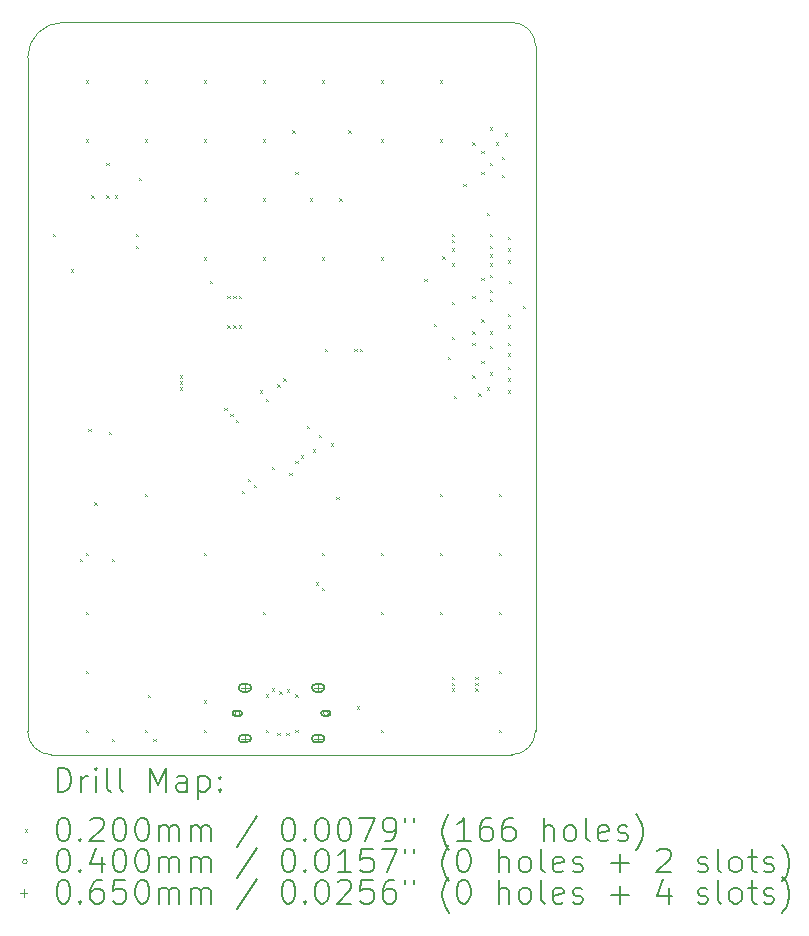
<source format=gbr>
%TF.GenerationSoftware,KiCad,Pcbnew,6.0.11-2627ca5db0~126~ubuntu22.04.1*%
%TF.CreationDate,2023-07-14T18:04:02-07:00*%
%TF.ProjectId,small-display,736d616c-6c2d-4646-9973-706c61792e6b,rev?*%
%TF.SameCoordinates,Original*%
%TF.FileFunction,Drillmap*%
%TF.FilePolarity,Positive*%
%FSLAX45Y45*%
G04 Gerber Fmt 4.5, Leading zero omitted, Abs format (unit mm)*
G04 Created by KiCad (PCBNEW 6.0.11-2627ca5db0~126~ubuntu22.04.1) date 2023-07-14 18:04:02*
%MOMM*%
%LPD*%
G01*
G04 APERTURE LIST*
%ADD10C,0.050000*%
%ADD11C,0.200000*%
%ADD12C,0.020000*%
%ADD13C,0.040000*%
%ADD14C,0.065000*%
G04 APERTURE END LIST*
D10*
X4300000Y-200000D02*
G75*
G03*
X4100000Y0I-200000J0D01*
G01*
X300000Y0D02*
G75*
G03*
X0Y-300000I0J-300000D01*
G01*
X4100000Y-6200000D02*
X200000Y-6200000D01*
X300000Y0D02*
X4100000Y0D01*
X0Y-6000000D02*
X0Y-300000D01*
X4100000Y-6200000D02*
G75*
G03*
X4300000Y-6000000I0J200000D01*
G01*
X0Y-6000000D02*
G75*
G03*
X200000Y-6200000I200000J0D01*
G01*
X4300000Y-200000D02*
X4300000Y-6000000D01*
D11*
D12*
X215000Y-1790000D02*
X235000Y-1810000D01*
X235000Y-1790000D02*
X215000Y-1810000D01*
X365000Y-2090000D02*
X385000Y-2110000D01*
X385000Y-2090000D02*
X365000Y-2110000D01*
X440000Y-4540000D02*
X460000Y-4560000D01*
X460000Y-4540000D02*
X440000Y-4560000D01*
X490000Y-490000D02*
X510000Y-510000D01*
X510000Y-490000D02*
X490000Y-510000D01*
X490000Y-990000D02*
X510000Y-1010000D01*
X510000Y-990000D02*
X490000Y-1010000D01*
X490000Y-4490000D02*
X510000Y-4510000D01*
X510000Y-4490000D02*
X490000Y-4510000D01*
X490000Y-4990000D02*
X510000Y-5010000D01*
X510000Y-4990000D02*
X490000Y-5010000D01*
X490000Y-5490000D02*
X510000Y-5510000D01*
X510000Y-5490000D02*
X490000Y-5510000D01*
X490000Y-5990000D02*
X510000Y-6010000D01*
X510000Y-5990000D02*
X490000Y-6010000D01*
X515000Y-3440000D02*
X535000Y-3460000D01*
X535000Y-3440000D02*
X515000Y-3460000D01*
X540000Y-1465000D02*
X560000Y-1485000D01*
X560000Y-1465000D02*
X540000Y-1485000D01*
X565000Y-4065000D02*
X585000Y-4085000D01*
X585000Y-4065000D02*
X565000Y-4085000D01*
X665000Y-1190000D02*
X685000Y-1210000D01*
X685000Y-1190000D02*
X665000Y-1210000D01*
X665000Y-1465000D02*
X685000Y-1485000D01*
X685000Y-1465000D02*
X665000Y-1485000D01*
X690000Y-3465000D02*
X710000Y-3485000D01*
X710000Y-3465000D02*
X690000Y-3485000D01*
X715000Y-4540000D02*
X735000Y-4560000D01*
X735000Y-4540000D02*
X715000Y-4560000D01*
X715000Y-6065000D02*
X735000Y-6085000D01*
X735000Y-6065000D02*
X715000Y-6085000D01*
X740000Y-1465000D02*
X760000Y-1485000D01*
X760000Y-1465000D02*
X740000Y-1485000D01*
X915000Y-1790000D02*
X935000Y-1810000D01*
X935000Y-1790000D02*
X915000Y-1810000D01*
X915000Y-1890000D02*
X935000Y-1910000D01*
X935000Y-1890000D02*
X915000Y-1910000D01*
X940000Y-1315000D02*
X960000Y-1335000D01*
X960000Y-1315000D02*
X940000Y-1335000D01*
X990000Y-490000D02*
X1010000Y-510000D01*
X1010000Y-490000D02*
X990000Y-510000D01*
X990000Y-990000D02*
X1010000Y-1010000D01*
X1010000Y-990000D02*
X990000Y-1010000D01*
X990000Y-3990000D02*
X1010000Y-4010000D01*
X1010000Y-3990000D02*
X990000Y-4010000D01*
X990000Y-5990000D02*
X1010000Y-6010000D01*
X1010000Y-5990000D02*
X990000Y-6010000D01*
X1017000Y-5692375D02*
X1037000Y-5712375D01*
X1037000Y-5692375D02*
X1017000Y-5712375D01*
X1065000Y-6065000D02*
X1085000Y-6085000D01*
X1085000Y-6065000D02*
X1065000Y-6085000D01*
X1290000Y-2990000D02*
X1310000Y-3010000D01*
X1310000Y-2990000D02*
X1290000Y-3010000D01*
X1290000Y-3040000D02*
X1310000Y-3060000D01*
X1310000Y-3040000D02*
X1290000Y-3060000D01*
X1290000Y-3090000D02*
X1310000Y-3110000D01*
X1310000Y-3090000D02*
X1290000Y-3110000D01*
X1490000Y-490000D02*
X1510000Y-510000D01*
X1510000Y-490000D02*
X1490000Y-510000D01*
X1490000Y-990000D02*
X1510000Y-1010000D01*
X1510000Y-990000D02*
X1490000Y-1010000D01*
X1490000Y-1490000D02*
X1510000Y-1510000D01*
X1510000Y-1490000D02*
X1490000Y-1510000D01*
X1490000Y-1990000D02*
X1510000Y-2010000D01*
X1510000Y-1990000D02*
X1490000Y-2010000D01*
X1490000Y-4490000D02*
X1510000Y-4510000D01*
X1510000Y-4490000D02*
X1490000Y-4510000D01*
X1490000Y-5990000D02*
X1510000Y-6010000D01*
X1510000Y-5990000D02*
X1490000Y-6010000D01*
X1492000Y-5740000D02*
X1512000Y-5760000D01*
X1512000Y-5740000D02*
X1492000Y-5760000D01*
X1540000Y-2190000D02*
X1560000Y-2210000D01*
X1560000Y-2190000D02*
X1540000Y-2210000D01*
X1665000Y-3265000D02*
X1685000Y-3285000D01*
X1685000Y-3265000D02*
X1665000Y-3285000D01*
X1690000Y-2315000D02*
X1710000Y-2335000D01*
X1710000Y-2315000D02*
X1690000Y-2335000D01*
X1690000Y-2565000D02*
X1710000Y-2585000D01*
X1710000Y-2565000D02*
X1690000Y-2585000D01*
X1715000Y-3315000D02*
X1735000Y-3335000D01*
X1735000Y-3315000D02*
X1715000Y-3335000D01*
X1740000Y-2315000D02*
X1760000Y-2335000D01*
X1760000Y-2315000D02*
X1740000Y-2335000D01*
X1740000Y-2565000D02*
X1760000Y-2585000D01*
X1760000Y-2565000D02*
X1740000Y-2585000D01*
X1765000Y-3365000D02*
X1785000Y-3385000D01*
X1785000Y-3365000D02*
X1765000Y-3385000D01*
X1790000Y-2315000D02*
X1810000Y-2335000D01*
X1810000Y-2315000D02*
X1790000Y-2335000D01*
X1790000Y-2565000D02*
X1810000Y-2585000D01*
X1810000Y-2565000D02*
X1790000Y-2585000D01*
X1815000Y-3965000D02*
X1835000Y-3985000D01*
X1835000Y-3965000D02*
X1815000Y-3985000D01*
X1865000Y-3865000D02*
X1885000Y-3885000D01*
X1885000Y-3865000D02*
X1865000Y-3885000D01*
X1915000Y-3915000D02*
X1935000Y-3935000D01*
X1935000Y-3915000D02*
X1915000Y-3935000D01*
X1965000Y-3115000D02*
X1985000Y-3135000D01*
X1985000Y-3115000D02*
X1965000Y-3135000D01*
X1990000Y-490000D02*
X2010000Y-510000D01*
X2010000Y-490000D02*
X1990000Y-510000D01*
X1990000Y-990000D02*
X2010000Y-1010000D01*
X2010000Y-990000D02*
X1990000Y-1010000D01*
X1990000Y-1490000D02*
X2010000Y-1510000D01*
X2010000Y-1490000D02*
X1990000Y-1510000D01*
X1990000Y-1990000D02*
X2010000Y-2010000D01*
X2010000Y-1990000D02*
X1990000Y-2010000D01*
X1990000Y-4990000D02*
X2010000Y-5010000D01*
X2010000Y-4990000D02*
X1990000Y-5010000D01*
X2015000Y-3190000D02*
X2035000Y-3210000D01*
X2035000Y-3190000D02*
X2015000Y-3210000D01*
X2015000Y-5690000D02*
X2035000Y-5710000D01*
X2035000Y-5690000D02*
X2015000Y-5710000D01*
X2015000Y-5990000D02*
X2035000Y-6010000D01*
X2035000Y-5990000D02*
X2015000Y-6010000D01*
X2065000Y-3765000D02*
X2085000Y-3785000D01*
X2085000Y-3765000D02*
X2065000Y-3785000D01*
X2066832Y-5640000D02*
X2086832Y-5660000D01*
X2086832Y-5640000D02*
X2066832Y-5660000D01*
X2115000Y-3065000D02*
X2135000Y-3085000D01*
X2135000Y-3065000D02*
X2115000Y-3085000D01*
X2115000Y-6015000D02*
X2135000Y-6035000D01*
X2135000Y-6015000D02*
X2115000Y-6035000D01*
X2131659Y-5664541D02*
X2151659Y-5684541D01*
X2151659Y-5664541D02*
X2131659Y-5684541D01*
X2165000Y-3015000D02*
X2185000Y-3035000D01*
X2185000Y-3015000D02*
X2165000Y-3035000D01*
X2190000Y-6015000D02*
X2210000Y-6035000D01*
X2210000Y-6015000D02*
X2190000Y-6035000D01*
X2196431Y-5646431D02*
X2216431Y-5666431D01*
X2216431Y-5646431D02*
X2196431Y-5666431D01*
X2215000Y-3815000D02*
X2235000Y-3835000D01*
X2235000Y-3815000D02*
X2215000Y-3835000D01*
X2240000Y-915000D02*
X2260000Y-935000D01*
X2260000Y-915000D02*
X2240000Y-935000D01*
X2265000Y-1265000D02*
X2285000Y-1285000D01*
X2285000Y-1265000D02*
X2265000Y-1285000D01*
X2265000Y-3715000D02*
X2285000Y-3735000D01*
X2285000Y-3715000D02*
X2265000Y-3735000D01*
X2265000Y-5690000D02*
X2285000Y-5710000D01*
X2285000Y-5690000D02*
X2265000Y-5710000D01*
X2265000Y-5990000D02*
X2285000Y-6010000D01*
X2285000Y-5990000D02*
X2265000Y-6010000D01*
X2315000Y-3665000D02*
X2335000Y-3685000D01*
X2335000Y-3665000D02*
X2315000Y-3685000D01*
X2365000Y-3415000D02*
X2385000Y-3435000D01*
X2385000Y-3415000D02*
X2365000Y-3435000D01*
X2390000Y-1490000D02*
X2410000Y-1510000D01*
X2410000Y-1490000D02*
X2390000Y-1510000D01*
X2415000Y-3615000D02*
X2435000Y-3635000D01*
X2435000Y-3615000D02*
X2415000Y-3635000D01*
X2440000Y-4740000D02*
X2460000Y-4760000D01*
X2460000Y-4740000D02*
X2440000Y-4760000D01*
X2465000Y-3490000D02*
X2485000Y-3510000D01*
X2485000Y-3490000D02*
X2465000Y-3510000D01*
X2490000Y-490000D02*
X2510000Y-510000D01*
X2510000Y-490000D02*
X2490000Y-510000D01*
X2490000Y-1990000D02*
X2510000Y-2010000D01*
X2510000Y-1990000D02*
X2490000Y-2010000D01*
X2490000Y-4490000D02*
X2510000Y-4510000D01*
X2510000Y-4490000D02*
X2490000Y-4510000D01*
X2490000Y-4790000D02*
X2510000Y-4810000D01*
X2510000Y-4790000D02*
X2490000Y-4810000D01*
X2515000Y-2765000D02*
X2535000Y-2785000D01*
X2535000Y-2765000D02*
X2515000Y-2785000D01*
X2565000Y-3565000D02*
X2585000Y-3585000D01*
X2585000Y-3565000D02*
X2565000Y-3585000D01*
X2615000Y-4015000D02*
X2635000Y-4035000D01*
X2635000Y-4015000D02*
X2615000Y-4035000D01*
X2640000Y-1490000D02*
X2660000Y-1510000D01*
X2660000Y-1490000D02*
X2640000Y-1510000D01*
X2715000Y-915000D02*
X2735000Y-935000D01*
X2735000Y-915000D02*
X2715000Y-935000D01*
X2765000Y-2765000D02*
X2785000Y-2785000D01*
X2785000Y-2765000D02*
X2765000Y-2785000D01*
X2786000Y-5790000D02*
X2806000Y-5810000D01*
X2806000Y-5790000D02*
X2786000Y-5810000D01*
X2815000Y-2765000D02*
X2835000Y-2785000D01*
X2835000Y-2765000D02*
X2815000Y-2785000D01*
X2990000Y-490000D02*
X3010000Y-510000D01*
X3010000Y-490000D02*
X2990000Y-510000D01*
X2990000Y-990000D02*
X3010000Y-1010000D01*
X3010000Y-990000D02*
X2990000Y-1010000D01*
X2990000Y-1990000D02*
X3010000Y-2010000D01*
X3010000Y-1990000D02*
X2990000Y-2010000D01*
X2990000Y-4490000D02*
X3010000Y-4510000D01*
X3010000Y-4490000D02*
X2990000Y-4510000D01*
X2990000Y-4990000D02*
X3010000Y-5010000D01*
X3010000Y-4990000D02*
X2990000Y-5010000D01*
X2990000Y-5990000D02*
X3010000Y-6010000D01*
X3010000Y-5990000D02*
X2990000Y-6010000D01*
X3357100Y-2172900D02*
X3377100Y-2192900D01*
X3377100Y-2172900D02*
X3357100Y-2192900D01*
X3440000Y-2550500D02*
X3460000Y-2570500D01*
X3460000Y-2550500D02*
X3440000Y-2570500D01*
X3490000Y-490000D02*
X3510000Y-510000D01*
X3510000Y-490000D02*
X3490000Y-510000D01*
X3490000Y-990000D02*
X3510000Y-1010000D01*
X3510000Y-990000D02*
X3490000Y-1010000D01*
X3490000Y-3990000D02*
X3510000Y-4010000D01*
X3510000Y-3990000D02*
X3490000Y-4010000D01*
X3490000Y-4490000D02*
X3510000Y-4510000D01*
X3510000Y-4490000D02*
X3490000Y-4510000D01*
X3490000Y-4990000D02*
X3510000Y-5010000D01*
X3510000Y-4990000D02*
X3490000Y-5010000D01*
X3512499Y-1982501D02*
X3532499Y-2002501D01*
X3532499Y-1982501D02*
X3512499Y-2002501D01*
X3558569Y-2833569D02*
X3578569Y-2853569D01*
X3578569Y-2833569D02*
X3558569Y-2853569D01*
X3590000Y-1790000D02*
X3610000Y-1810000D01*
X3610000Y-1790000D02*
X3590000Y-1810000D01*
X3590000Y-1840000D02*
X3610000Y-1860000D01*
X3610000Y-1840000D02*
X3590000Y-1860000D01*
X3590000Y-1915000D02*
X3610000Y-1935000D01*
X3610000Y-1915000D02*
X3590000Y-1935000D01*
X3590000Y-2040000D02*
X3610000Y-2060000D01*
X3610000Y-2040000D02*
X3590000Y-2060000D01*
X3590000Y-2365000D02*
X3610000Y-2385000D01*
X3610000Y-2365000D02*
X3590000Y-2385000D01*
X3590000Y-5540000D02*
X3610000Y-5560000D01*
X3610000Y-5540000D02*
X3590000Y-5560000D01*
X3590000Y-5590000D02*
X3610000Y-5610000D01*
X3610000Y-5590000D02*
X3590000Y-5610000D01*
X3590000Y-5640000D02*
X3610000Y-5660000D01*
X3610000Y-5640000D02*
X3590000Y-5660000D01*
X3590231Y-2665000D02*
X3610231Y-2685000D01*
X3610231Y-2665000D02*
X3590231Y-2685000D01*
X3609050Y-3165000D02*
X3629050Y-3185000D01*
X3629050Y-3165000D02*
X3609050Y-3185000D01*
X3690000Y-1365000D02*
X3710000Y-1385000D01*
X3710000Y-1365000D02*
X3690000Y-1385000D01*
X3765000Y-1015000D02*
X3785000Y-1035000D01*
X3785000Y-1015000D02*
X3765000Y-1035000D01*
X3765000Y-2315000D02*
X3785000Y-2335000D01*
X3785000Y-2315000D02*
X3765000Y-2335000D01*
X3765000Y-2615000D02*
X3785000Y-2635000D01*
X3785000Y-2615000D02*
X3765000Y-2635000D01*
X3765000Y-2715000D02*
X3785000Y-2735000D01*
X3785000Y-2715000D02*
X3765000Y-2735000D01*
X3765000Y-2990000D02*
X3785000Y-3010000D01*
X3785000Y-2990000D02*
X3765000Y-3010000D01*
X3790000Y-5540000D02*
X3810000Y-5560000D01*
X3810000Y-5540000D02*
X3790000Y-5560000D01*
X3790000Y-5590000D02*
X3810000Y-5610000D01*
X3810000Y-5590000D02*
X3790000Y-5610000D01*
X3790000Y-5640000D02*
X3810000Y-5660000D01*
X3810000Y-5640000D02*
X3790000Y-5660000D01*
X3815000Y-3140000D02*
X3835000Y-3160000D01*
X3835000Y-3140000D02*
X3815000Y-3160000D01*
X3840000Y-1090000D02*
X3860000Y-1110000D01*
X3860000Y-1090000D02*
X3840000Y-1110000D01*
X3840000Y-1265000D02*
X3860000Y-1285000D01*
X3860000Y-1265000D02*
X3840000Y-1285000D01*
X3840000Y-2165000D02*
X3860000Y-2185000D01*
X3860000Y-2165000D02*
X3840000Y-2185000D01*
X3840000Y-2515000D02*
X3860000Y-2535000D01*
X3860000Y-2515000D02*
X3840000Y-2535000D01*
X3840000Y-2865000D02*
X3860000Y-2885000D01*
X3860000Y-2865000D02*
X3840000Y-2885000D01*
X3890000Y-1615000D02*
X3910000Y-1635000D01*
X3910000Y-1615000D02*
X3890000Y-1635000D01*
X3890000Y-3090000D02*
X3910000Y-3110000D01*
X3910000Y-3090000D02*
X3890000Y-3110000D01*
X3915000Y-890000D02*
X3935000Y-910000D01*
X3935000Y-890000D02*
X3915000Y-910000D01*
X3915000Y-1190000D02*
X3935000Y-1210000D01*
X3935000Y-1190000D02*
X3915000Y-1210000D01*
X3915000Y-1790000D02*
X3935000Y-1810000D01*
X3935000Y-1790000D02*
X3915000Y-1810000D01*
X3915000Y-1890000D02*
X3935000Y-1910000D01*
X3935000Y-1890000D02*
X3915000Y-1910000D01*
X3915000Y-1965000D02*
X3935000Y-1985000D01*
X3935000Y-1965000D02*
X3915000Y-1985000D01*
X3915000Y-2040000D02*
X3935000Y-2060000D01*
X3935000Y-2040000D02*
X3915000Y-2060000D01*
X3915000Y-2140000D02*
X3935000Y-2160000D01*
X3935000Y-2140000D02*
X3915000Y-2160000D01*
X3915000Y-2265000D02*
X3935000Y-2285000D01*
X3935000Y-2265000D02*
X3915000Y-2285000D01*
X3915000Y-2340000D02*
X3935000Y-2360000D01*
X3935000Y-2340000D02*
X3915000Y-2360000D01*
X3915000Y-2615000D02*
X3935000Y-2635000D01*
X3935000Y-2615000D02*
X3915000Y-2635000D01*
X3915000Y-2740000D02*
X3935000Y-2760000D01*
X3935000Y-2740000D02*
X3915000Y-2760000D01*
X3915000Y-2965000D02*
X3935000Y-2985000D01*
X3935000Y-2965000D02*
X3915000Y-2985000D01*
X3965000Y-1015000D02*
X3985000Y-1035000D01*
X3985000Y-1015000D02*
X3965000Y-1035000D01*
X3990000Y-3990000D02*
X4010000Y-4010000D01*
X4010000Y-3990000D02*
X3990000Y-4010000D01*
X3990000Y-4490000D02*
X4010000Y-4510000D01*
X4010000Y-4490000D02*
X3990000Y-4510000D01*
X3990000Y-4990000D02*
X4010000Y-5010000D01*
X4010000Y-4990000D02*
X3990000Y-5010000D01*
X3990000Y-5490000D02*
X4010000Y-5510000D01*
X4010000Y-5490000D02*
X3990000Y-5510000D01*
X3990000Y-5990000D02*
X4010000Y-6010000D01*
X4010000Y-5990000D02*
X3990000Y-6010000D01*
X4013087Y-1290000D02*
X4033087Y-1310000D01*
X4033087Y-1290000D02*
X4013087Y-1310000D01*
X4015000Y-1140000D02*
X4035000Y-1160000D01*
X4035000Y-1140000D02*
X4015000Y-1160000D01*
X4040000Y-940000D02*
X4060000Y-960000D01*
X4060000Y-940000D02*
X4040000Y-960000D01*
X4064000Y-2466000D02*
X4084000Y-2486000D01*
X4084000Y-2466000D02*
X4064000Y-2486000D01*
X4065000Y-1815000D02*
X4085000Y-1835000D01*
X4085000Y-1815000D02*
X4065000Y-1835000D01*
X4065000Y-1915000D02*
X4085000Y-1935000D01*
X4085000Y-1915000D02*
X4065000Y-1935000D01*
X4065000Y-2015000D02*
X4085000Y-2035000D01*
X4085000Y-2015000D02*
X4065000Y-2035000D01*
X4065000Y-2565000D02*
X4085000Y-2585000D01*
X4085000Y-2565000D02*
X4065000Y-2585000D01*
X4065000Y-2715000D02*
X4085000Y-2735000D01*
X4085000Y-2715000D02*
X4065000Y-2735000D01*
X4065000Y-2801950D02*
X4085000Y-2821950D01*
X4085000Y-2801950D02*
X4065000Y-2821950D01*
X4065000Y-2915000D02*
X4085000Y-2935000D01*
X4085000Y-2915000D02*
X4065000Y-2935000D01*
X4065000Y-3015000D02*
X4085000Y-3035000D01*
X4085000Y-3015000D02*
X4065000Y-3035000D01*
X4065000Y-3115000D02*
X4085000Y-3135000D01*
X4085000Y-3115000D02*
X4065000Y-3135000D01*
X4073050Y-2190000D02*
X4093050Y-2210000D01*
X4093050Y-2190000D02*
X4073050Y-2210000D01*
X4190000Y-2398938D02*
X4210000Y-2418938D01*
X4210000Y-2398938D02*
X4190000Y-2418938D01*
D13*
X1795000Y-5850000D02*
G75*
G03*
X1795000Y-5850000I-20000J0D01*
G01*
D11*
X1755000Y-5870000D02*
X1795000Y-5870000D01*
X1755000Y-5830000D02*
X1795000Y-5830000D01*
X1795000Y-5870000D02*
G75*
G03*
X1795000Y-5830000I0J20000D01*
G01*
X1755000Y-5830000D02*
G75*
G03*
X1755000Y-5870000I0J-20000D01*
G01*
D13*
X2545000Y-5850000D02*
G75*
G03*
X2545000Y-5850000I-20000J0D01*
G01*
D11*
X2505000Y-5870000D02*
X2545000Y-5870000D01*
X2505000Y-5830000D02*
X2545000Y-5830000D01*
X2545000Y-5870000D02*
G75*
G03*
X2545000Y-5830000I0J20000D01*
G01*
X2505000Y-5830000D02*
G75*
G03*
X2505000Y-5870000I0J-20000D01*
G01*
D14*
X1840000Y-5602500D02*
X1840000Y-5667500D01*
X1807500Y-5635000D02*
X1872500Y-5635000D01*
D11*
X1820000Y-5667500D02*
X1860000Y-5667500D01*
X1820000Y-5602500D02*
X1860000Y-5602500D01*
X1860000Y-5667500D02*
G75*
G03*
X1860000Y-5602500I0J32500D01*
G01*
X1820000Y-5602500D02*
G75*
G03*
X1820000Y-5667500I0J-32500D01*
G01*
D14*
X1840000Y-6032500D02*
X1840000Y-6097500D01*
X1807500Y-6065000D02*
X1872500Y-6065000D01*
D11*
X1820000Y-6097500D02*
X1860000Y-6097500D01*
X1820000Y-6032500D02*
X1860000Y-6032500D01*
X1860000Y-6097500D02*
G75*
G03*
X1860000Y-6032500I0J32500D01*
G01*
X1820000Y-6032500D02*
G75*
G03*
X1820000Y-6097500I0J-32500D01*
G01*
D14*
X2460000Y-5602500D02*
X2460000Y-5667500D01*
X2427500Y-5635000D02*
X2492500Y-5635000D01*
D11*
X2440000Y-5667500D02*
X2480000Y-5667500D01*
X2440000Y-5602500D02*
X2480000Y-5602500D01*
X2480000Y-5667500D02*
G75*
G03*
X2480000Y-5602500I0J32500D01*
G01*
X2440000Y-5602500D02*
G75*
G03*
X2440000Y-5667500I0J-32500D01*
G01*
D14*
X2460000Y-6032500D02*
X2460000Y-6097500D01*
X2427500Y-6065000D02*
X2492500Y-6065000D01*
D11*
X2440000Y-6097500D02*
X2480000Y-6097500D01*
X2440000Y-6032500D02*
X2480000Y-6032500D01*
X2480000Y-6097500D02*
G75*
G03*
X2480000Y-6032500I0J32500D01*
G01*
X2440000Y-6032500D02*
G75*
G03*
X2440000Y-6097500I0J-32500D01*
G01*
X255119Y-6512976D02*
X255119Y-6312976D01*
X302738Y-6312976D01*
X331310Y-6322500D01*
X350357Y-6341548D01*
X359881Y-6360595D01*
X369405Y-6398690D01*
X369405Y-6427262D01*
X359881Y-6465357D01*
X350357Y-6484405D01*
X331310Y-6503452D01*
X302738Y-6512976D01*
X255119Y-6512976D01*
X455119Y-6512976D02*
X455119Y-6379643D01*
X455119Y-6417738D02*
X464643Y-6398690D01*
X474167Y-6389167D01*
X493214Y-6379643D01*
X512262Y-6379643D01*
X578929Y-6512976D02*
X578929Y-6379643D01*
X578929Y-6312976D02*
X569405Y-6322500D01*
X578929Y-6332024D01*
X588452Y-6322500D01*
X578929Y-6312976D01*
X578929Y-6332024D01*
X702738Y-6512976D02*
X683690Y-6503452D01*
X674167Y-6484405D01*
X674167Y-6312976D01*
X807500Y-6512976D02*
X788452Y-6503452D01*
X778928Y-6484405D01*
X778928Y-6312976D01*
X1036071Y-6512976D02*
X1036071Y-6312976D01*
X1102738Y-6455833D01*
X1169405Y-6312976D01*
X1169405Y-6512976D01*
X1350357Y-6512976D02*
X1350357Y-6408214D01*
X1340833Y-6389167D01*
X1321786Y-6379643D01*
X1283690Y-6379643D01*
X1264643Y-6389167D01*
X1350357Y-6503452D02*
X1331310Y-6512976D01*
X1283690Y-6512976D01*
X1264643Y-6503452D01*
X1255119Y-6484405D01*
X1255119Y-6465357D01*
X1264643Y-6446309D01*
X1283690Y-6436786D01*
X1331310Y-6436786D01*
X1350357Y-6427262D01*
X1445595Y-6379643D02*
X1445595Y-6579643D01*
X1445595Y-6389167D02*
X1464643Y-6379643D01*
X1502738Y-6379643D01*
X1521786Y-6389167D01*
X1531309Y-6398690D01*
X1540833Y-6417738D01*
X1540833Y-6474881D01*
X1531309Y-6493928D01*
X1521786Y-6503452D01*
X1502738Y-6512976D01*
X1464643Y-6512976D01*
X1445595Y-6503452D01*
X1626548Y-6493928D02*
X1636071Y-6503452D01*
X1626548Y-6512976D01*
X1617024Y-6503452D01*
X1626548Y-6493928D01*
X1626548Y-6512976D01*
X1626548Y-6389167D02*
X1636071Y-6398690D01*
X1626548Y-6408214D01*
X1617024Y-6398690D01*
X1626548Y-6389167D01*
X1626548Y-6408214D01*
D12*
X-22500Y-6832500D02*
X-2500Y-6852500D01*
X-2500Y-6832500D02*
X-22500Y-6852500D01*
D11*
X293214Y-6732976D02*
X312262Y-6732976D01*
X331310Y-6742500D01*
X340833Y-6752024D01*
X350357Y-6771071D01*
X359881Y-6809167D01*
X359881Y-6856786D01*
X350357Y-6894881D01*
X340833Y-6913928D01*
X331310Y-6923452D01*
X312262Y-6932976D01*
X293214Y-6932976D01*
X274167Y-6923452D01*
X264643Y-6913928D01*
X255119Y-6894881D01*
X245595Y-6856786D01*
X245595Y-6809167D01*
X255119Y-6771071D01*
X264643Y-6752024D01*
X274167Y-6742500D01*
X293214Y-6732976D01*
X445595Y-6913928D02*
X455119Y-6923452D01*
X445595Y-6932976D01*
X436071Y-6923452D01*
X445595Y-6913928D01*
X445595Y-6932976D01*
X531310Y-6752024D02*
X540833Y-6742500D01*
X559881Y-6732976D01*
X607500Y-6732976D01*
X626548Y-6742500D01*
X636071Y-6752024D01*
X645595Y-6771071D01*
X645595Y-6790119D01*
X636071Y-6818690D01*
X521786Y-6932976D01*
X645595Y-6932976D01*
X769405Y-6732976D02*
X788452Y-6732976D01*
X807500Y-6742500D01*
X817024Y-6752024D01*
X826548Y-6771071D01*
X836071Y-6809167D01*
X836071Y-6856786D01*
X826548Y-6894881D01*
X817024Y-6913928D01*
X807500Y-6923452D01*
X788452Y-6932976D01*
X769405Y-6932976D01*
X750357Y-6923452D01*
X740833Y-6913928D01*
X731309Y-6894881D01*
X721786Y-6856786D01*
X721786Y-6809167D01*
X731309Y-6771071D01*
X740833Y-6752024D01*
X750357Y-6742500D01*
X769405Y-6732976D01*
X959881Y-6732976D02*
X978928Y-6732976D01*
X997976Y-6742500D01*
X1007500Y-6752024D01*
X1017024Y-6771071D01*
X1026548Y-6809167D01*
X1026548Y-6856786D01*
X1017024Y-6894881D01*
X1007500Y-6913928D01*
X997976Y-6923452D01*
X978928Y-6932976D01*
X959881Y-6932976D01*
X940833Y-6923452D01*
X931309Y-6913928D01*
X921786Y-6894881D01*
X912262Y-6856786D01*
X912262Y-6809167D01*
X921786Y-6771071D01*
X931309Y-6752024D01*
X940833Y-6742500D01*
X959881Y-6732976D01*
X1112262Y-6932976D02*
X1112262Y-6799643D01*
X1112262Y-6818690D02*
X1121786Y-6809167D01*
X1140833Y-6799643D01*
X1169405Y-6799643D01*
X1188452Y-6809167D01*
X1197976Y-6828214D01*
X1197976Y-6932976D01*
X1197976Y-6828214D02*
X1207500Y-6809167D01*
X1226548Y-6799643D01*
X1255119Y-6799643D01*
X1274167Y-6809167D01*
X1283690Y-6828214D01*
X1283690Y-6932976D01*
X1378929Y-6932976D02*
X1378929Y-6799643D01*
X1378929Y-6818690D02*
X1388452Y-6809167D01*
X1407500Y-6799643D01*
X1436071Y-6799643D01*
X1455119Y-6809167D01*
X1464643Y-6828214D01*
X1464643Y-6932976D01*
X1464643Y-6828214D02*
X1474167Y-6809167D01*
X1493214Y-6799643D01*
X1521786Y-6799643D01*
X1540833Y-6809167D01*
X1550357Y-6828214D01*
X1550357Y-6932976D01*
X1940833Y-6723452D02*
X1769405Y-6980595D01*
X2197976Y-6732976D02*
X2217024Y-6732976D01*
X2236071Y-6742500D01*
X2245595Y-6752024D01*
X2255119Y-6771071D01*
X2264643Y-6809167D01*
X2264643Y-6856786D01*
X2255119Y-6894881D01*
X2245595Y-6913928D01*
X2236071Y-6923452D01*
X2217024Y-6932976D01*
X2197976Y-6932976D01*
X2178929Y-6923452D01*
X2169405Y-6913928D01*
X2159881Y-6894881D01*
X2150357Y-6856786D01*
X2150357Y-6809167D01*
X2159881Y-6771071D01*
X2169405Y-6752024D01*
X2178929Y-6742500D01*
X2197976Y-6732976D01*
X2350357Y-6913928D02*
X2359881Y-6923452D01*
X2350357Y-6932976D01*
X2340833Y-6923452D01*
X2350357Y-6913928D01*
X2350357Y-6932976D01*
X2483690Y-6732976D02*
X2502738Y-6732976D01*
X2521786Y-6742500D01*
X2531310Y-6752024D01*
X2540833Y-6771071D01*
X2550357Y-6809167D01*
X2550357Y-6856786D01*
X2540833Y-6894881D01*
X2531310Y-6913928D01*
X2521786Y-6923452D01*
X2502738Y-6932976D01*
X2483690Y-6932976D01*
X2464643Y-6923452D01*
X2455119Y-6913928D01*
X2445595Y-6894881D01*
X2436071Y-6856786D01*
X2436071Y-6809167D01*
X2445595Y-6771071D01*
X2455119Y-6752024D01*
X2464643Y-6742500D01*
X2483690Y-6732976D01*
X2674167Y-6732976D02*
X2693214Y-6732976D01*
X2712262Y-6742500D01*
X2721786Y-6752024D01*
X2731310Y-6771071D01*
X2740833Y-6809167D01*
X2740833Y-6856786D01*
X2731310Y-6894881D01*
X2721786Y-6913928D01*
X2712262Y-6923452D01*
X2693214Y-6932976D01*
X2674167Y-6932976D01*
X2655119Y-6923452D01*
X2645595Y-6913928D01*
X2636071Y-6894881D01*
X2626548Y-6856786D01*
X2626548Y-6809167D01*
X2636071Y-6771071D01*
X2645595Y-6752024D01*
X2655119Y-6742500D01*
X2674167Y-6732976D01*
X2807500Y-6732976D02*
X2940833Y-6732976D01*
X2855119Y-6932976D01*
X3026548Y-6932976D02*
X3064643Y-6932976D01*
X3083690Y-6923452D01*
X3093214Y-6913928D01*
X3112262Y-6885357D01*
X3121786Y-6847262D01*
X3121786Y-6771071D01*
X3112262Y-6752024D01*
X3102738Y-6742500D01*
X3083690Y-6732976D01*
X3045595Y-6732976D01*
X3026548Y-6742500D01*
X3017024Y-6752024D01*
X3007500Y-6771071D01*
X3007500Y-6818690D01*
X3017024Y-6837738D01*
X3026548Y-6847262D01*
X3045595Y-6856786D01*
X3083690Y-6856786D01*
X3102738Y-6847262D01*
X3112262Y-6837738D01*
X3121786Y-6818690D01*
X3197976Y-6732976D02*
X3197976Y-6771071D01*
X3274167Y-6732976D02*
X3274167Y-6771071D01*
X3569405Y-7009167D02*
X3559881Y-6999643D01*
X3540833Y-6971071D01*
X3531309Y-6952024D01*
X3521786Y-6923452D01*
X3512262Y-6875833D01*
X3512262Y-6837738D01*
X3521786Y-6790119D01*
X3531309Y-6761548D01*
X3540833Y-6742500D01*
X3559881Y-6713928D01*
X3569405Y-6704405D01*
X3750357Y-6932976D02*
X3636071Y-6932976D01*
X3693214Y-6932976D02*
X3693214Y-6732976D01*
X3674167Y-6761548D01*
X3655119Y-6780595D01*
X3636071Y-6790119D01*
X3921786Y-6732976D02*
X3883690Y-6732976D01*
X3864643Y-6742500D01*
X3855119Y-6752024D01*
X3836071Y-6780595D01*
X3826548Y-6818690D01*
X3826548Y-6894881D01*
X3836071Y-6913928D01*
X3845595Y-6923452D01*
X3864643Y-6932976D01*
X3902738Y-6932976D01*
X3921786Y-6923452D01*
X3931309Y-6913928D01*
X3940833Y-6894881D01*
X3940833Y-6847262D01*
X3931309Y-6828214D01*
X3921786Y-6818690D01*
X3902738Y-6809167D01*
X3864643Y-6809167D01*
X3845595Y-6818690D01*
X3836071Y-6828214D01*
X3826548Y-6847262D01*
X4112262Y-6732976D02*
X4074167Y-6732976D01*
X4055119Y-6742500D01*
X4045595Y-6752024D01*
X4026548Y-6780595D01*
X4017024Y-6818690D01*
X4017024Y-6894881D01*
X4026548Y-6913928D01*
X4036071Y-6923452D01*
X4055119Y-6932976D01*
X4093214Y-6932976D01*
X4112262Y-6923452D01*
X4121786Y-6913928D01*
X4131309Y-6894881D01*
X4131309Y-6847262D01*
X4121786Y-6828214D01*
X4112262Y-6818690D01*
X4093214Y-6809167D01*
X4055119Y-6809167D01*
X4036071Y-6818690D01*
X4026548Y-6828214D01*
X4017024Y-6847262D01*
X4369405Y-6932976D02*
X4369405Y-6732976D01*
X4455119Y-6932976D02*
X4455119Y-6828214D01*
X4445595Y-6809167D01*
X4426548Y-6799643D01*
X4397976Y-6799643D01*
X4378929Y-6809167D01*
X4369405Y-6818690D01*
X4578929Y-6932976D02*
X4559881Y-6923452D01*
X4550357Y-6913928D01*
X4540833Y-6894881D01*
X4540833Y-6837738D01*
X4550357Y-6818690D01*
X4559881Y-6809167D01*
X4578929Y-6799643D01*
X4607500Y-6799643D01*
X4626548Y-6809167D01*
X4636071Y-6818690D01*
X4645595Y-6837738D01*
X4645595Y-6894881D01*
X4636071Y-6913928D01*
X4626548Y-6923452D01*
X4607500Y-6932976D01*
X4578929Y-6932976D01*
X4759881Y-6932976D02*
X4740833Y-6923452D01*
X4731310Y-6904405D01*
X4731310Y-6732976D01*
X4912262Y-6923452D02*
X4893214Y-6932976D01*
X4855119Y-6932976D01*
X4836071Y-6923452D01*
X4826548Y-6904405D01*
X4826548Y-6828214D01*
X4836071Y-6809167D01*
X4855119Y-6799643D01*
X4893214Y-6799643D01*
X4912262Y-6809167D01*
X4921786Y-6828214D01*
X4921786Y-6847262D01*
X4826548Y-6866309D01*
X4997976Y-6923452D02*
X5017024Y-6932976D01*
X5055119Y-6932976D01*
X5074167Y-6923452D01*
X5083690Y-6904405D01*
X5083690Y-6894881D01*
X5074167Y-6875833D01*
X5055119Y-6866309D01*
X5026548Y-6866309D01*
X5007500Y-6856786D01*
X4997976Y-6837738D01*
X4997976Y-6828214D01*
X5007500Y-6809167D01*
X5026548Y-6799643D01*
X5055119Y-6799643D01*
X5074167Y-6809167D01*
X5150357Y-7009167D02*
X5159881Y-6999643D01*
X5178929Y-6971071D01*
X5188452Y-6952024D01*
X5197976Y-6923452D01*
X5207500Y-6875833D01*
X5207500Y-6837738D01*
X5197976Y-6790119D01*
X5188452Y-6761548D01*
X5178929Y-6742500D01*
X5159881Y-6713928D01*
X5150357Y-6704405D01*
D13*
X-2500Y-7106500D02*
G75*
G03*
X-2500Y-7106500I-20000J0D01*
G01*
D11*
X293214Y-6996976D02*
X312262Y-6996976D01*
X331310Y-7006500D01*
X340833Y-7016024D01*
X350357Y-7035071D01*
X359881Y-7073167D01*
X359881Y-7120786D01*
X350357Y-7158881D01*
X340833Y-7177928D01*
X331310Y-7187452D01*
X312262Y-7196976D01*
X293214Y-7196976D01*
X274167Y-7187452D01*
X264643Y-7177928D01*
X255119Y-7158881D01*
X245595Y-7120786D01*
X245595Y-7073167D01*
X255119Y-7035071D01*
X264643Y-7016024D01*
X274167Y-7006500D01*
X293214Y-6996976D01*
X445595Y-7177928D02*
X455119Y-7187452D01*
X445595Y-7196976D01*
X436071Y-7187452D01*
X445595Y-7177928D01*
X445595Y-7196976D01*
X626548Y-7063643D02*
X626548Y-7196976D01*
X578929Y-6987452D02*
X531310Y-7130309D01*
X655119Y-7130309D01*
X769405Y-6996976D02*
X788452Y-6996976D01*
X807500Y-7006500D01*
X817024Y-7016024D01*
X826548Y-7035071D01*
X836071Y-7073167D01*
X836071Y-7120786D01*
X826548Y-7158881D01*
X817024Y-7177928D01*
X807500Y-7187452D01*
X788452Y-7196976D01*
X769405Y-7196976D01*
X750357Y-7187452D01*
X740833Y-7177928D01*
X731309Y-7158881D01*
X721786Y-7120786D01*
X721786Y-7073167D01*
X731309Y-7035071D01*
X740833Y-7016024D01*
X750357Y-7006500D01*
X769405Y-6996976D01*
X959881Y-6996976D02*
X978928Y-6996976D01*
X997976Y-7006500D01*
X1007500Y-7016024D01*
X1017024Y-7035071D01*
X1026548Y-7073167D01*
X1026548Y-7120786D01*
X1017024Y-7158881D01*
X1007500Y-7177928D01*
X997976Y-7187452D01*
X978928Y-7196976D01*
X959881Y-7196976D01*
X940833Y-7187452D01*
X931309Y-7177928D01*
X921786Y-7158881D01*
X912262Y-7120786D01*
X912262Y-7073167D01*
X921786Y-7035071D01*
X931309Y-7016024D01*
X940833Y-7006500D01*
X959881Y-6996976D01*
X1112262Y-7196976D02*
X1112262Y-7063643D01*
X1112262Y-7082690D02*
X1121786Y-7073167D01*
X1140833Y-7063643D01*
X1169405Y-7063643D01*
X1188452Y-7073167D01*
X1197976Y-7092214D01*
X1197976Y-7196976D01*
X1197976Y-7092214D02*
X1207500Y-7073167D01*
X1226548Y-7063643D01*
X1255119Y-7063643D01*
X1274167Y-7073167D01*
X1283690Y-7092214D01*
X1283690Y-7196976D01*
X1378929Y-7196976D02*
X1378929Y-7063643D01*
X1378929Y-7082690D02*
X1388452Y-7073167D01*
X1407500Y-7063643D01*
X1436071Y-7063643D01*
X1455119Y-7073167D01*
X1464643Y-7092214D01*
X1464643Y-7196976D01*
X1464643Y-7092214D02*
X1474167Y-7073167D01*
X1493214Y-7063643D01*
X1521786Y-7063643D01*
X1540833Y-7073167D01*
X1550357Y-7092214D01*
X1550357Y-7196976D01*
X1940833Y-6987452D02*
X1769405Y-7244595D01*
X2197976Y-6996976D02*
X2217024Y-6996976D01*
X2236071Y-7006500D01*
X2245595Y-7016024D01*
X2255119Y-7035071D01*
X2264643Y-7073167D01*
X2264643Y-7120786D01*
X2255119Y-7158881D01*
X2245595Y-7177928D01*
X2236071Y-7187452D01*
X2217024Y-7196976D01*
X2197976Y-7196976D01*
X2178929Y-7187452D01*
X2169405Y-7177928D01*
X2159881Y-7158881D01*
X2150357Y-7120786D01*
X2150357Y-7073167D01*
X2159881Y-7035071D01*
X2169405Y-7016024D01*
X2178929Y-7006500D01*
X2197976Y-6996976D01*
X2350357Y-7177928D02*
X2359881Y-7187452D01*
X2350357Y-7196976D01*
X2340833Y-7187452D01*
X2350357Y-7177928D01*
X2350357Y-7196976D01*
X2483690Y-6996976D02*
X2502738Y-6996976D01*
X2521786Y-7006500D01*
X2531310Y-7016024D01*
X2540833Y-7035071D01*
X2550357Y-7073167D01*
X2550357Y-7120786D01*
X2540833Y-7158881D01*
X2531310Y-7177928D01*
X2521786Y-7187452D01*
X2502738Y-7196976D01*
X2483690Y-7196976D01*
X2464643Y-7187452D01*
X2455119Y-7177928D01*
X2445595Y-7158881D01*
X2436071Y-7120786D01*
X2436071Y-7073167D01*
X2445595Y-7035071D01*
X2455119Y-7016024D01*
X2464643Y-7006500D01*
X2483690Y-6996976D01*
X2740833Y-7196976D02*
X2626548Y-7196976D01*
X2683690Y-7196976D02*
X2683690Y-6996976D01*
X2664643Y-7025548D01*
X2645595Y-7044595D01*
X2626548Y-7054119D01*
X2921786Y-6996976D02*
X2826548Y-6996976D01*
X2817024Y-7092214D01*
X2826548Y-7082690D01*
X2845595Y-7073167D01*
X2893214Y-7073167D01*
X2912262Y-7082690D01*
X2921786Y-7092214D01*
X2931309Y-7111262D01*
X2931309Y-7158881D01*
X2921786Y-7177928D01*
X2912262Y-7187452D01*
X2893214Y-7196976D01*
X2845595Y-7196976D01*
X2826548Y-7187452D01*
X2817024Y-7177928D01*
X2997976Y-6996976D02*
X3131309Y-6996976D01*
X3045595Y-7196976D01*
X3197976Y-6996976D02*
X3197976Y-7035071D01*
X3274167Y-6996976D02*
X3274167Y-7035071D01*
X3569405Y-7273167D02*
X3559881Y-7263643D01*
X3540833Y-7235071D01*
X3531309Y-7216024D01*
X3521786Y-7187452D01*
X3512262Y-7139833D01*
X3512262Y-7101738D01*
X3521786Y-7054119D01*
X3531309Y-7025548D01*
X3540833Y-7006500D01*
X3559881Y-6977928D01*
X3569405Y-6968405D01*
X3683690Y-6996976D02*
X3702738Y-6996976D01*
X3721786Y-7006500D01*
X3731309Y-7016024D01*
X3740833Y-7035071D01*
X3750357Y-7073167D01*
X3750357Y-7120786D01*
X3740833Y-7158881D01*
X3731309Y-7177928D01*
X3721786Y-7187452D01*
X3702738Y-7196976D01*
X3683690Y-7196976D01*
X3664643Y-7187452D01*
X3655119Y-7177928D01*
X3645595Y-7158881D01*
X3636071Y-7120786D01*
X3636071Y-7073167D01*
X3645595Y-7035071D01*
X3655119Y-7016024D01*
X3664643Y-7006500D01*
X3683690Y-6996976D01*
X3988452Y-7196976D02*
X3988452Y-6996976D01*
X4074167Y-7196976D02*
X4074167Y-7092214D01*
X4064643Y-7073167D01*
X4045595Y-7063643D01*
X4017024Y-7063643D01*
X3997976Y-7073167D01*
X3988452Y-7082690D01*
X4197976Y-7196976D02*
X4178928Y-7187452D01*
X4169405Y-7177928D01*
X4159881Y-7158881D01*
X4159881Y-7101738D01*
X4169405Y-7082690D01*
X4178928Y-7073167D01*
X4197976Y-7063643D01*
X4226548Y-7063643D01*
X4245595Y-7073167D01*
X4255119Y-7082690D01*
X4264643Y-7101738D01*
X4264643Y-7158881D01*
X4255119Y-7177928D01*
X4245595Y-7187452D01*
X4226548Y-7196976D01*
X4197976Y-7196976D01*
X4378929Y-7196976D02*
X4359881Y-7187452D01*
X4350357Y-7168405D01*
X4350357Y-6996976D01*
X4531310Y-7187452D02*
X4512262Y-7196976D01*
X4474167Y-7196976D01*
X4455119Y-7187452D01*
X4445595Y-7168405D01*
X4445595Y-7092214D01*
X4455119Y-7073167D01*
X4474167Y-7063643D01*
X4512262Y-7063643D01*
X4531310Y-7073167D01*
X4540833Y-7092214D01*
X4540833Y-7111262D01*
X4445595Y-7130309D01*
X4617024Y-7187452D02*
X4636071Y-7196976D01*
X4674167Y-7196976D01*
X4693214Y-7187452D01*
X4702738Y-7168405D01*
X4702738Y-7158881D01*
X4693214Y-7139833D01*
X4674167Y-7130309D01*
X4645595Y-7130309D01*
X4626548Y-7120786D01*
X4617024Y-7101738D01*
X4617024Y-7092214D01*
X4626548Y-7073167D01*
X4645595Y-7063643D01*
X4674167Y-7063643D01*
X4693214Y-7073167D01*
X4940833Y-7120786D02*
X5093214Y-7120786D01*
X5017024Y-7196976D02*
X5017024Y-7044595D01*
X5331310Y-7016024D02*
X5340833Y-7006500D01*
X5359881Y-6996976D01*
X5407500Y-6996976D01*
X5426548Y-7006500D01*
X5436071Y-7016024D01*
X5445595Y-7035071D01*
X5445595Y-7054119D01*
X5436071Y-7082690D01*
X5321786Y-7196976D01*
X5445595Y-7196976D01*
X5674167Y-7187452D02*
X5693214Y-7196976D01*
X5731309Y-7196976D01*
X5750357Y-7187452D01*
X5759881Y-7168405D01*
X5759881Y-7158881D01*
X5750357Y-7139833D01*
X5731309Y-7130309D01*
X5702738Y-7130309D01*
X5683690Y-7120786D01*
X5674167Y-7101738D01*
X5674167Y-7092214D01*
X5683690Y-7073167D01*
X5702738Y-7063643D01*
X5731309Y-7063643D01*
X5750357Y-7073167D01*
X5874167Y-7196976D02*
X5855119Y-7187452D01*
X5845595Y-7168405D01*
X5845595Y-6996976D01*
X5978928Y-7196976D02*
X5959881Y-7187452D01*
X5950357Y-7177928D01*
X5940833Y-7158881D01*
X5940833Y-7101738D01*
X5950357Y-7082690D01*
X5959881Y-7073167D01*
X5978928Y-7063643D01*
X6007500Y-7063643D01*
X6026548Y-7073167D01*
X6036071Y-7082690D01*
X6045595Y-7101738D01*
X6045595Y-7158881D01*
X6036071Y-7177928D01*
X6026548Y-7187452D01*
X6007500Y-7196976D01*
X5978928Y-7196976D01*
X6102738Y-7063643D02*
X6178928Y-7063643D01*
X6131309Y-6996976D02*
X6131309Y-7168405D01*
X6140833Y-7187452D01*
X6159881Y-7196976D01*
X6178928Y-7196976D01*
X6236071Y-7187452D02*
X6255119Y-7196976D01*
X6293214Y-7196976D01*
X6312262Y-7187452D01*
X6321786Y-7168405D01*
X6321786Y-7158881D01*
X6312262Y-7139833D01*
X6293214Y-7130309D01*
X6264643Y-7130309D01*
X6245595Y-7120786D01*
X6236071Y-7101738D01*
X6236071Y-7092214D01*
X6245595Y-7073167D01*
X6264643Y-7063643D01*
X6293214Y-7063643D01*
X6312262Y-7073167D01*
X6388452Y-7273167D02*
X6397976Y-7263643D01*
X6417024Y-7235071D01*
X6426548Y-7216024D01*
X6436071Y-7187452D01*
X6445595Y-7139833D01*
X6445595Y-7101738D01*
X6436071Y-7054119D01*
X6426548Y-7025548D01*
X6417024Y-7006500D01*
X6397976Y-6977928D01*
X6388452Y-6968405D01*
D14*
X-35000Y-7338000D02*
X-35000Y-7403000D01*
X-67500Y-7370500D02*
X-2500Y-7370500D01*
D11*
X293214Y-7260976D02*
X312262Y-7260976D01*
X331310Y-7270500D01*
X340833Y-7280024D01*
X350357Y-7299071D01*
X359881Y-7337167D01*
X359881Y-7384786D01*
X350357Y-7422881D01*
X340833Y-7441928D01*
X331310Y-7451452D01*
X312262Y-7460976D01*
X293214Y-7460976D01*
X274167Y-7451452D01*
X264643Y-7441928D01*
X255119Y-7422881D01*
X245595Y-7384786D01*
X245595Y-7337167D01*
X255119Y-7299071D01*
X264643Y-7280024D01*
X274167Y-7270500D01*
X293214Y-7260976D01*
X445595Y-7441928D02*
X455119Y-7451452D01*
X445595Y-7460976D01*
X436071Y-7451452D01*
X445595Y-7441928D01*
X445595Y-7460976D01*
X626548Y-7260976D02*
X588452Y-7260976D01*
X569405Y-7270500D01*
X559881Y-7280024D01*
X540833Y-7308595D01*
X531310Y-7346690D01*
X531310Y-7422881D01*
X540833Y-7441928D01*
X550357Y-7451452D01*
X569405Y-7460976D01*
X607500Y-7460976D01*
X626548Y-7451452D01*
X636071Y-7441928D01*
X645595Y-7422881D01*
X645595Y-7375262D01*
X636071Y-7356214D01*
X626548Y-7346690D01*
X607500Y-7337167D01*
X569405Y-7337167D01*
X550357Y-7346690D01*
X540833Y-7356214D01*
X531310Y-7375262D01*
X826548Y-7260976D02*
X731309Y-7260976D01*
X721786Y-7356214D01*
X731309Y-7346690D01*
X750357Y-7337167D01*
X797976Y-7337167D01*
X817024Y-7346690D01*
X826548Y-7356214D01*
X836071Y-7375262D01*
X836071Y-7422881D01*
X826548Y-7441928D01*
X817024Y-7451452D01*
X797976Y-7460976D01*
X750357Y-7460976D01*
X731309Y-7451452D01*
X721786Y-7441928D01*
X959881Y-7260976D02*
X978928Y-7260976D01*
X997976Y-7270500D01*
X1007500Y-7280024D01*
X1017024Y-7299071D01*
X1026548Y-7337167D01*
X1026548Y-7384786D01*
X1017024Y-7422881D01*
X1007500Y-7441928D01*
X997976Y-7451452D01*
X978928Y-7460976D01*
X959881Y-7460976D01*
X940833Y-7451452D01*
X931309Y-7441928D01*
X921786Y-7422881D01*
X912262Y-7384786D01*
X912262Y-7337167D01*
X921786Y-7299071D01*
X931309Y-7280024D01*
X940833Y-7270500D01*
X959881Y-7260976D01*
X1112262Y-7460976D02*
X1112262Y-7327643D01*
X1112262Y-7346690D02*
X1121786Y-7337167D01*
X1140833Y-7327643D01*
X1169405Y-7327643D01*
X1188452Y-7337167D01*
X1197976Y-7356214D01*
X1197976Y-7460976D01*
X1197976Y-7356214D02*
X1207500Y-7337167D01*
X1226548Y-7327643D01*
X1255119Y-7327643D01*
X1274167Y-7337167D01*
X1283690Y-7356214D01*
X1283690Y-7460976D01*
X1378929Y-7460976D02*
X1378929Y-7327643D01*
X1378929Y-7346690D02*
X1388452Y-7337167D01*
X1407500Y-7327643D01*
X1436071Y-7327643D01*
X1455119Y-7337167D01*
X1464643Y-7356214D01*
X1464643Y-7460976D01*
X1464643Y-7356214D02*
X1474167Y-7337167D01*
X1493214Y-7327643D01*
X1521786Y-7327643D01*
X1540833Y-7337167D01*
X1550357Y-7356214D01*
X1550357Y-7460976D01*
X1940833Y-7251452D02*
X1769405Y-7508595D01*
X2197976Y-7260976D02*
X2217024Y-7260976D01*
X2236071Y-7270500D01*
X2245595Y-7280024D01*
X2255119Y-7299071D01*
X2264643Y-7337167D01*
X2264643Y-7384786D01*
X2255119Y-7422881D01*
X2245595Y-7441928D01*
X2236071Y-7451452D01*
X2217024Y-7460976D01*
X2197976Y-7460976D01*
X2178929Y-7451452D01*
X2169405Y-7441928D01*
X2159881Y-7422881D01*
X2150357Y-7384786D01*
X2150357Y-7337167D01*
X2159881Y-7299071D01*
X2169405Y-7280024D01*
X2178929Y-7270500D01*
X2197976Y-7260976D01*
X2350357Y-7441928D02*
X2359881Y-7451452D01*
X2350357Y-7460976D01*
X2340833Y-7451452D01*
X2350357Y-7441928D01*
X2350357Y-7460976D01*
X2483690Y-7260976D02*
X2502738Y-7260976D01*
X2521786Y-7270500D01*
X2531310Y-7280024D01*
X2540833Y-7299071D01*
X2550357Y-7337167D01*
X2550357Y-7384786D01*
X2540833Y-7422881D01*
X2531310Y-7441928D01*
X2521786Y-7451452D01*
X2502738Y-7460976D01*
X2483690Y-7460976D01*
X2464643Y-7451452D01*
X2455119Y-7441928D01*
X2445595Y-7422881D01*
X2436071Y-7384786D01*
X2436071Y-7337167D01*
X2445595Y-7299071D01*
X2455119Y-7280024D01*
X2464643Y-7270500D01*
X2483690Y-7260976D01*
X2626548Y-7280024D02*
X2636071Y-7270500D01*
X2655119Y-7260976D01*
X2702738Y-7260976D01*
X2721786Y-7270500D01*
X2731310Y-7280024D01*
X2740833Y-7299071D01*
X2740833Y-7318119D01*
X2731310Y-7346690D01*
X2617024Y-7460976D01*
X2740833Y-7460976D01*
X2921786Y-7260976D02*
X2826548Y-7260976D01*
X2817024Y-7356214D01*
X2826548Y-7346690D01*
X2845595Y-7337167D01*
X2893214Y-7337167D01*
X2912262Y-7346690D01*
X2921786Y-7356214D01*
X2931309Y-7375262D01*
X2931309Y-7422881D01*
X2921786Y-7441928D01*
X2912262Y-7451452D01*
X2893214Y-7460976D01*
X2845595Y-7460976D01*
X2826548Y-7451452D01*
X2817024Y-7441928D01*
X3102738Y-7260976D02*
X3064643Y-7260976D01*
X3045595Y-7270500D01*
X3036071Y-7280024D01*
X3017024Y-7308595D01*
X3007500Y-7346690D01*
X3007500Y-7422881D01*
X3017024Y-7441928D01*
X3026548Y-7451452D01*
X3045595Y-7460976D01*
X3083690Y-7460976D01*
X3102738Y-7451452D01*
X3112262Y-7441928D01*
X3121786Y-7422881D01*
X3121786Y-7375262D01*
X3112262Y-7356214D01*
X3102738Y-7346690D01*
X3083690Y-7337167D01*
X3045595Y-7337167D01*
X3026548Y-7346690D01*
X3017024Y-7356214D01*
X3007500Y-7375262D01*
X3197976Y-7260976D02*
X3197976Y-7299071D01*
X3274167Y-7260976D02*
X3274167Y-7299071D01*
X3569405Y-7537167D02*
X3559881Y-7527643D01*
X3540833Y-7499071D01*
X3531309Y-7480024D01*
X3521786Y-7451452D01*
X3512262Y-7403833D01*
X3512262Y-7365738D01*
X3521786Y-7318119D01*
X3531309Y-7289548D01*
X3540833Y-7270500D01*
X3559881Y-7241928D01*
X3569405Y-7232405D01*
X3683690Y-7260976D02*
X3702738Y-7260976D01*
X3721786Y-7270500D01*
X3731309Y-7280024D01*
X3740833Y-7299071D01*
X3750357Y-7337167D01*
X3750357Y-7384786D01*
X3740833Y-7422881D01*
X3731309Y-7441928D01*
X3721786Y-7451452D01*
X3702738Y-7460976D01*
X3683690Y-7460976D01*
X3664643Y-7451452D01*
X3655119Y-7441928D01*
X3645595Y-7422881D01*
X3636071Y-7384786D01*
X3636071Y-7337167D01*
X3645595Y-7299071D01*
X3655119Y-7280024D01*
X3664643Y-7270500D01*
X3683690Y-7260976D01*
X3988452Y-7460976D02*
X3988452Y-7260976D01*
X4074167Y-7460976D02*
X4074167Y-7356214D01*
X4064643Y-7337167D01*
X4045595Y-7327643D01*
X4017024Y-7327643D01*
X3997976Y-7337167D01*
X3988452Y-7346690D01*
X4197976Y-7460976D02*
X4178928Y-7451452D01*
X4169405Y-7441928D01*
X4159881Y-7422881D01*
X4159881Y-7365738D01*
X4169405Y-7346690D01*
X4178928Y-7337167D01*
X4197976Y-7327643D01*
X4226548Y-7327643D01*
X4245595Y-7337167D01*
X4255119Y-7346690D01*
X4264643Y-7365738D01*
X4264643Y-7422881D01*
X4255119Y-7441928D01*
X4245595Y-7451452D01*
X4226548Y-7460976D01*
X4197976Y-7460976D01*
X4378929Y-7460976D02*
X4359881Y-7451452D01*
X4350357Y-7432405D01*
X4350357Y-7260976D01*
X4531310Y-7451452D02*
X4512262Y-7460976D01*
X4474167Y-7460976D01*
X4455119Y-7451452D01*
X4445595Y-7432405D01*
X4445595Y-7356214D01*
X4455119Y-7337167D01*
X4474167Y-7327643D01*
X4512262Y-7327643D01*
X4531310Y-7337167D01*
X4540833Y-7356214D01*
X4540833Y-7375262D01*
X4445595Y-7394309D01*
X4617024Y-7451452D02*
X4636071Y-7460976D01*
X4674167Y-7460976D01*
X4693214Y-7451452D01*
X4702738Y-7432405D01*
X4702738Y-7422881D01*
X4693214Y-7403833D01*
X4674167Y-7394309D01*
X4645595Y-7394309D01*
X4626548Y-7384786D01*
X4617024Y-7365738D01*
X4617024Y-7356214D01*
X4626548Y-7337167D01*
X4645595Y-7327643D01*
X4674167Y-7327643D01*
X4693214Y-7337167D01*
X4940833Y-7384786D02*
X5093214Y-7384786D01*
X5017024Y-7460976D02*
X5017024Y-7308595D01*
X5426548Y-7327643D02*
X5426548Y-7460976D01*
X5378929Y-7251452D02*
X5331310Y-7394309D01*
X5455119Y-7394309D01*
X5674167Y-7451452D02*
X5693214Y-7460976D01*
X5731309Y-7460976D01*
X5750357Y-7451452D01*
X5759881Y-7432405D01*
X5759881Y-7422881D01*
X5750357Y-7403833D01*
X5731309Y-7394309D01*
X5702738Y-7394309D01*
X5683690Y-7384786D01*
X5674167Y-7365738D01*
X5674167Y-7356214D01*
X5683690Y-7337167D01*
X5702738Y-7327643D01*
X5731309Y-7327643D01*
X5750357Y-7337167D01*
X5874167Y-7460976D02*
X5855119Y-7451452D01*
X5845595Y-7432405D01*
X5845595Y-7260976D01*
X5978928Y-7460976D02*
X5959881Y-7451452D01*
X5950357Y-7441928D01*
X5940833Y-7422881D01*
X5940833Y-7365738D01*
X5950357Y-7346690D01*
X5959881Y-7337167D01*
X5978928Y-7327643D01*
X6007500Y-7327643D01*
X6026548Y-7337167D01*
X6036071Y-7346690D01*
X6045595Y-7365738D01*
X6045595Y-7422881D01*
X6036071Y-7441928D01*
X6026548Y-7451452D01*
X6007500Y-7460976D01*
X5978928Y-7460976D01*
X6102738Y-7327643D02*
X6178928Y-7327643D01*
X6131309Y-7260976D02*
X6131309Y-7432405D01*
X6140833Y-7451452D01*
X6159881Y-7460976D01*
X6178928Y-7460976D01*
X6236071Y-7451452D02*
X6255119Y-7460976D01*
X6293214Y-7460976D01*
X6312262Y-7451452D01*
X6321786Y-7432405D01*
X6321786Y-7422881D01*
X6312262Y-7403833D01*
X6293214Y-7394309D01*
X6264643Y-7394309D01*
X6245595Y-7384786D01*
X6236071Y-7365738D01*
X6236071Y-7356214D01*
X6245595Y-7337167D01*
X6264643Y-7327643D01*
X6293214Y-7327643D01*
X6312262Y-7337167D01*
X6388452Y-7537167D02*
X6397976Y-7527643D01*
X6417024Y-7499071D01*
X6426548Y-7480024D01*
X6436071Y-7451452D01*
X6445595Y-7403833D01*
X6445595Y-7365738D01*
X6436071Y-7318119D01*
X6426548Y-7289548D01*
X6417024Y-7270500D01*
X6397976Y-7241928D01*
X6388452Y-7232405D01*
M02*

</source>
